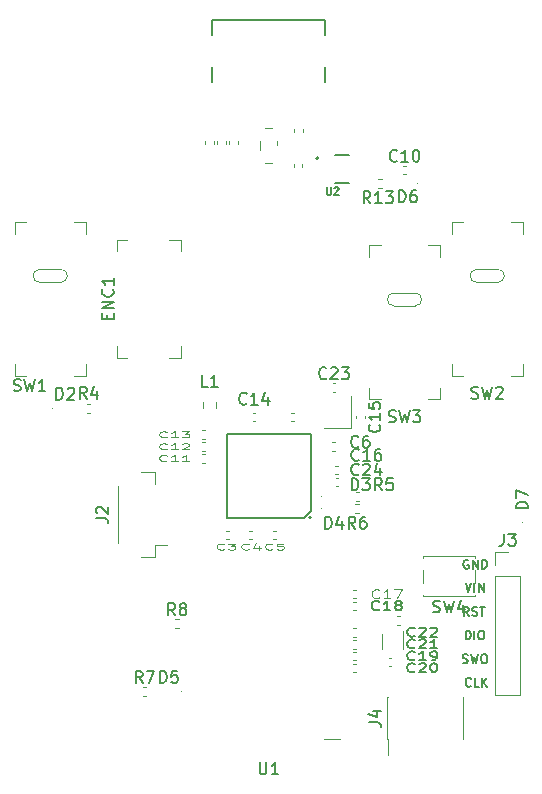
<source format=gto>
G04 #@! TF.GenerationSoftware,KiCad,Pcbnew,6.0.7+dfsg-1~bpo11+1*
G04 #@! TF.CreationDate,2022-10-07T12:23:40+00:00*
G04 #@! TF.ProjectId,redshift,72656473-6869-4667-942e-6b696361645f,0.2*
G04 #@! TF.SameCoordinates,Original*
G04 #@! TF.FileFunction,Legend,Top*
G04 #@! TF.FilePolarity,Positive*
%FSLAX46Y46*%
G04 Gerber Fmt 4.6, Leading zero omitted, Abs format (unit mm)*
G04 Created by KiCad (PCBNEW 6.0.7+dfsg-1~bpo11+1) date 2022-10-07 12:23:40*
%MOMM*%
%LPD*%
G01*
G04 APERTURE LIST*
%ADD10C,0.187500*%
%ADD11C,0.150000*%
%ADD12C,0.125000*%
%ADD13C,0.120000*%
%ADD14C,0.100000*%
%ADD15C,0.200000*%
%ADD16C,0.127000*%
G04 APERTURE END LIST*
D10*
X39628125Y8232143D02*
X39592410Y8196429D01*
X39485267Y8160715D01*
X39413839Y8160715D01*
X39306696Y8196429D01*
X39235267Y8267858D01*
X39199553Y8339286D01*
X39163839Y8482143D01*
X39163839Y8589286D01*
X39199553Y8732143D01*
X39235267Y8803572D01*
X39306696Y8875000D01*
X39413839Y8910715D01*
X39485267Y8910715D01*
X39592410Y8875000D01*
X39628125Y8839286D01*
X40306696Y8160715D02*
X39949553Y8160715D01*
X39949553Y8910715D01*
X40556696Y8160715D02*
X40556696Y8910715D01*
X40985267Y8160715D02*
X40663839Y8589286D01*
X40985267Y8910715D02*
X40556696Y8482143D01*
X39163839Y12160715D02*
X39163839Y12910715D01*
X39342410Y12910715D01*
X39449553Y12875000D01*
X39520982Y12803572D01*
X39556696Y12732143D01*
X39592410Y12589286D01*
X39592410Y12482143D01*
X39556696Y12339286D01*
X39520982Y12267858D01*
X39449553Y12196429D01*
X39342410Y12160715D01*
X39163839Y12160715D01*
X39913839Y12160715D02*
X39913839Y12910715D01*
X40413839Y12910715D02*
X40556696Y12910715D01*
X40628125Y12875000D01*
X40699553Y12803572D01*
X40735267Y12660715D01*
X40735267Y12410715D01*
X40699553Y12267858D01*
X40628125Y12196429D01*
X40556696Y12160715D01*
X40413839Y12160715D01*
X40342410Y12196429D01*
X40270982Y12267858D01*
X40235267Y12410715D01*
X40235267Y12660715D01*
X40270982Y12803572D01*
X40342410Y12875000D01*
X40413839Y12910715D01*
X39163839Y16910715D02*
X39413839Y16160715D01*
X39663839Y16910715D01*
X39913839Y16160715D02*
X39913839Y16910715D01*
X40270982Y16160715D02*
X40270982Y16910715D01*
X40699553Y16160715D01*
X40699553Y16910715D01*
X39413839Y18875000D02*
X39342410Y18910715D01*
X39235267Y18910715D01*
X39128125Y18875000D01*
X39056696Y18803572D01*
X39020982Y18732143D01*
X38985267Y18589286D01*
X38985267Y18482143D01*
X39020982Y18339286D01*
X39056696Y18267858D01*
X39128125Y18196429D01*
X39235267Y18160715D01*
X39306696Y18160715D01*
X39413839Y18196429D01*
X39449553Y18232143D01*
X39449553Y18482143D01*
X39306696Y18482143D01*
X39770982Y18160715D02*
X39770982Y18910715D01*
X40199553Y18160715D01*
X40199553Y18910715D01*
X40556696Y18160715D02*
X40556696Y18910715D01*
X40735267Y18910715D01*
X40842410Y18875000D01*
X40913839Y18803572D01*
X40949553Y18732143D01*
X40985267Y18589286D01*
X40985267Y18482143D01*
X40949553Y18339286D01*
X40913839Y18267858D01*
X40842410Y18196429D01*
X40735267Y18160715D01*
X40556696Y18160715D01*
X38913839Y10196429D02*
X39020982Y10160715D01*
X39199553Y10160715D01*
X39270982Y10196429D01*
X39306696Y10232143D01*
X39342410Y10303572D01*
X39342410Y10375000D01*
X39306696Y10446429D01*
X39270982Y10482143D01*
X39199553Y10517858D01*
X39056696Y10553572D01*
X38985267Y10589286D01*
X38949553Y10625000D01*
X38913839Y10696429D01*
X38913839Y10767858D01*
X38949553Y10839286D01*
X38985267Y10875000D01*
X39056696Y10910715D01*
X39235267Y10910715D01*
X39342410Y10875000D01*
X39592410Y10910715D02*
X39770982Y10160715D01*
X39913839Y10696429D01*
X40056696Y10160715D01*
X40235267Y10910715D01*
X40663839Y10910715D02*
X40806696Y10910715D01*
X40878125Y10875000D01*
X40949553Y10803572D01*
X40985267Y10660715D01*
X40985267Y10410715D01*
X40949553Y10267858D01*
X40878125Y10196429D01*
X40806696Y10160715D01*
X40663839Y10160715D01*
X40592410Y10196429D01*
X40520982Y10267858D01*
X40485267Y10410715D01*
X40485267Y10660715D01*
X40520982Y10803572D01*
X40592410Y10875000D01*
X40663839Y10910715D01*
X39449553Y14160715D02*
X39199553Y14517858D01*
X39020982Y14160715D02*
X39020982Y14910715D01*
X39306696Y14910715D01*
X39378125Y14875000D01*
X39413839Y14839286D01*
X39449553Y14767858D01*
X39449553Y14660715D01*
X39413839Y14589286D01*
X39378125Y14553572D01*
X39306696Y14517858D01*
X39020982Y14517858D01*
X39735267Y14196429D02*
X39842410Y14160715D01*
X40020982Y14160715D01*
X40092410Y14196429D01*
X40128125Y14232143D01*
X40163839Y14303572D01*
X40163839Y14375000D01*
X40128125Y14446429D01*
X40092410Y14482143D01*
X40020982Y14517858D01*
X39878125Y14553572D01*
X39806696Y14589286D01*
X39770982Y14625000D01*
X39735267Y14696429D01*
X39735267Y14767858D01*
X39770982Y14839286D01*
X39806696Y14875000D01*
X39878125Y14910715D01*
X40056696Y14910715D01*
X40163839Y14875000D01*
X40378125Y14910715D02*
X40806696Y14910715D01*
X40592410Y14160715D02*
X40592410Y14910715D01*
D11*
X29833333Y21547620D02*
X29500000Y22023810D01*
X29261904Y21547620D02*
X29261904Y22547620D01*
X29642857Y22547620D01*
X29738095Y22500000D01*
X29785714Y22452381D01*
X29833333Y22357143D01*
X29833333Y22214286D01*
X29785714Y22119048D01*
X29738095Y22071429D01*
X29642857Y22023810D01*
X29261904Y22023810D01*
X30690476Y22547620D02*
X30500000Y22547620D01*
X30404761Y22500000D01*
X30357142Y22452381D01*
X30261904Y22309524D01*
X30214285Y22119048D01*
X30214285Y21738096D01*
X30261904Y21642858D01*
X30309523Y21595239D01*
X30404761Y21547620D01*
X30595238Y21547620D01*
X30690476Y21595239D01*
X30738095Y21642858D01*
X30785714Y21738096D01*
X30785714Y21976191D01*
X30738095Y22071429D01*
X30690476Y22119048D01*
X30595238Y22166667D01*
X30404761Y22166667D01*
X30309523Y22119048D01*
X30261904Y22071429D01*
X30214285Y21976191D01*
X30127142Y26142858D02*
X30079523Y26095239D01*
X29936666Y26047620D01*
X29841428Y26047620D01*
X29698571Y26095239D01*
X29603333Y26190477D01*
X29555714Y26285715D01*
X29508095Y26476191D01*
X29508095Y26619048D01*
X29555714Y26809524D01*
X29603333Y26904762D01*
X29698571Y27000000D01*
X29841428Y27047620D01*
X29936666Y27047620D01*
X30079523Y27000000D01*
X30127142Y26952381D01*
X30508095Y26952381D02*
X30555714Y27000000D01*
X30650952Y27047620D01*
X30889047Y27047620D01*
X30984285Y27000000D01*
X31031904Y26952381D01*
X31079523Y26857143D01*
X31079523Y26761905D01*
X31031904Y26619048D01*
X30460476Y26047620D01*
X31079523Y26047620D01*
X31936666Y26714286D02*
X31936666Y26047620D01*
X31698571Y27095239D02*
X31460476Y26380953D01*
X32079523Y26380953D01*
D12*
X13857142Y27321429D02*
X13809523Y27297620D01*
X13666666Y27273810D01*
X13571428Y27273810D01*
X13428571Y27297620D01*
X13333333Y27345239D01*
X13285714Y27392858D01*
X13238095Y27488096D01*
X13238095Y27559524D01*
X13285714Y27654762D01*
X13333333Y27702381D01*
X13428571Y27750000D01*
X13571428Y27773810D01*
X13666666Y27773810D01*
X13809523Y27750000D01*
X13857142Y27726191D01*
X14809523Y27273810D02*
X14238095Y27273810D01*
X14523809Y27273810D02*
X14523809Y27773810D01*
X14428571Y27702381D01*
X14333333Y27654762D01*
X14238095Y27630953D01*
X15761904Y27273810D02*
X15190476Y27273810D01*
X15476190Y27273810D02*
X15476190Y27773810D01*
X15380952Y27702381D01*
X15285714Y27654762D01*
X15190476Y27630953D01*
X13857142Y29321429D02*
X13809523Y29297620D01*
X13666666Y29273810D01*
X13571428Y29273810D01*
X13428571Y29297620D01*
X13333333Y29345239D01*
X13285714Y29392858D01*
X13238095Y29488096D01*
X13238095Y29559524D01*
X13285714Y29654762D01*
X13333333Y29702381D01*
X13428571Y29750000D01*
X13571428Y29773810D01*
X13666666Y29773810D01*
X13809523Y29750000D01*
X13857142Y29726191D01*
X14809523Y29273810D02*
X14238095Y29273810D01*
X14523809Y29273810D02*
X14523809Y29773810D01*
X14428571Y29702381D01*
X14333333Y29654762D01*
X14238095Y29630953D01*
X15142857Y29773810D02*
X15761904Y29773810D01*
X15428571Y29583334D01*
X15571428Y29583334D01*
X15666666Y29559524D01*
X15714285Y29535715D01*
X15761904Y29488096D01*
X15761904Y29369048D01*
X15714285Y29321429D01*
X15666666Y29297620D01*
X15571428Y29273810D01*
X15285714Y29273810D01*
X15190476Y29297620D01*
X15142857Y29321429D01*
D11*
X33357142Y52702858D02*
X33309523Y52655239D01*
X33166666Y52607620D01*
X33071428Y52607620D01*
X32928571Y52655239D01*
X32833333Y52750477D01*
X32785714Y52845715D01*
X32738095Y53036191D01*
X32738095Y53179048D01*
X32785714Y53369524D01*
X32833333Y53464762D01*
X32928571Y53560000D01*
X33071428Y53607620D01*
X33166666Y53607620D01*
X33309523Y53560000D01*
X33357142Y53512381D01*
X34309523Y52607620D02*
X33738095Y52607620D01*
X34023809Y52607620D02*
X34023809Y53607620D01*
X33928571Y53464762D01*
X33833333Y53369524D01*
X33738095Y53321905D01*
X34928571Y53607620D02*
X35023809Y53607620D01*
X35119047Y53560000D01*
X35166666Y53512381D01*
X35214285Y53417143D01*
X35261904Y53226667D01*
X35261904Y52988572D01*
X35214285Y52798096D01*
X35166666Y52702858D01*
X35119047Y52655239D01*
X35023809Y52607620D01*
X34928571Y52607620D01*
X34833333Y52655239D01*
X34785714Y52702858D01*
X34738095Y52798096D01*
X34690476Y52988572D01*
X34690476Y53226667D01*
X34738095Y53417143D01*
X34785714Y53512381D01*
X34833333Y53560000D01*
X34928571Y53607620D01*
X8848571Y39285715D02*
X8848571Y39619048D01*
X9372380Y39761905D02*
X9372380Y39285715D01*
X8372380Y39285715D01*
X8372380Y39761905D01*
X9372380Y40190477D02*
X8372380Y40190477D01*
X9372380Y40761905D01*
X8372380Y40761905D01*
X9277142Y41809524D02*
X9324761Y41761905D01*
X9372380Y41619048D01*
X9372380Y41523810D01*
X9324761Y41380953D01*
X9229523Y41285715D01*
X9134285Y41238096D01*
X8943809Y41190477D01*
X8800952Y41190477D01*
X8610476Y41238096D01*
X8515238Y41285715D01*
X8420000Y41380953D01*
X8372380Y41523810D01*
X8372380Y41619048D01*
X8420000Y41761905D01*
X8467619Y41809524D01*
X9372380Y42761905D02*
X9372380Y42190477D01*
X9372380Y42476191D02*
X8372380Y42476191D01*
X8515238Y42380953D01*
X8610476Y42285715D01*
X8658095Y42190477D01*
X20627142Y32142858D02*
X20579523Y32095239D01*
X20436666Y32047620D01*
X20341428Y32047620D01*
X20198571Y32095239D01*
X20103333Y32190477D01*
X20055714Y32285715D01*
X20008095Y32476191D01*
X20008095Y32619048D01*
X20055714Y32809524D01*
X20103333Y32904762D01*
X20198571Y33000000D01*
X20341428Y33047620D01*
X20436666Y33047620D01*
X20579523Y33000000D01*
X20627142Y32952381D01*
X21579523Y32047620D02*
X21008095Y32047620D01*
X21293809Y32047620D02*
X21293809Y33047620D01*
X21198571Y32904762D01*
X21103333Y32809524D01*
X21008095Y32761905D01*
X22436666Y32714286D02*
X22436666Y32047620D01*
X22198571Y33095239D02*
X21960476Y32380953D01*
X22579523Y32380953D01*
X34857142Y9482143D02*
X34809523Y9446429D01*
X34666666Y9410715D01*
X34571428Y9410715D01*
X34428571Y9446429D01*
X34333333Y9517858D01*
X34285714Y9589286D01*
X34238095Y9732143D01*
X34238095Y9839286D01*
X34285714Y9982143D01*
X34333333Y10053572D01*
X34428571Y10125000D01*
X34571428Y10160715D01*
X34666666Y10160715D01*
X34809523Y10125000D01*
X34857142Y10089286D01*
X35238095Y10089286D02*
X35285714Y10125000D01*
X35380952Y10160715D01*
X35619047Y10160715D01*
X35714285Y10125000D01*
X35761904Y10089286D01*
X35809523Y10017858D01*
X35809523Y9946429D01*
X35761904Y9839286D01*
X35190476Y9410715D01*
X35809523Y9410715D01*
X36428571Y10160715D02*
X36523809Y10160715D01*
X36619047Y10125000D01*
X36666666Y10089286D01*
X36714285Y10017858D01*
X36761904Y9875000D01*
X36761904Y9696429D01*
X36714285Y9553572D01*
X36666666Y9482143D01*
X36619047Y9446429D01*
X36523809Y9410715D01*
X36428571Y9410715D01*
X36333333Y9446429D01*
X36285714Y9482143D01*
X36238095Y9553572D01*
X36190476Y9696429D01*
X36190476Y9875000D01*
X36238095Y10017858D01*
X36285714Y10089286D01*
X36333333Y10125000D01*
X36428571Y10160715D01*
X29511904Y24797620D02*
X29511904Y25797620D01*
X29750000Y25797620D01*
X29892857Y25750000D01*
X29988095Y25654762D01*
X30035714Y25559524D01*
X30083333Y25369048D01*
X30083333Y25226191D01*
X30035714Y25035715D01*
X29988095Y24940477D01*
X29892857Y24845239D01*
X29750000Y24797620D01*
X29511904Y24797620D01*
X30416666Y25797620D02*
X31035714Y25797620D01*
X30702380Y25416667D01*
X30845238Y25416667D01*
X30940476Y25369048D01*
X30988095Y25321429D01*
X31035714Y25226191D01*
X31035714Y24988096D01*
X30988095Y24892858D01*
X30940476Y24845239D01*
X30845238Y24797620D01*
X30559523Y24797620D01*
X30464285Y24845239D01*
X30416666Y24892858D01*
X17333333Y33547620D02*
X16857142Y33547620D01*
X16857142Y34547620D01*
X18190476Y33547620D02*
X17619047Y33547620D01*
X17904761Y33547620D02*
X17904761Y34547620D01*
X17809523Y34404762D01*
X17714285Y34309524D01*
X17619047Y34261905D01*
X27261904Y21547620D02*
X27261904Y22547620D01*
X27500000Y22547620D01*
X27642857Y22500000D01*
X27738095Y22404762D01*
X27785714Y22309524D01*
X27833333Y22119048D01*
X27833333Y21976191D01*
X27785714Y21785715D01*
X27738095Y21690477D01*
X27642857Y21595239D01*
X27500000Y21547620D01*
X27261904Y21547620D01*
X28690476Y22214286D02*
X28690476Y21547620D01*
X28452380Y22595239D02*
X28214285Y21880953D01*
X28833333Y21880953D01*
D12*
X20813333Y19821429D02*
X20765714Y19797620D01*
X20622857Y19773810D01*
X20527619Y19773810D01*
X20384761Y19797620D01*
X20289523Y19845239D01*
X20241904Y19892858D01*
X20194285Y19988096D01*
X20194285Y20059524D01*
X20241904Y20154762D01*
X20289523Y20202381D01*
X20384761Y20250000D01*
X20527619Y20273810D01*
X20622857Y20273810D01*
X20765714Y20250000D01*
X20813333Y20226191D01*
X21670476Y20107143D02*
X21670476Y19773810D01*
X21432380Y20297620D02*
X21194285Y19940477D01*
X21813333Y19940477D01*
D11*
X31857142Y30357143D02*
X31904761Y30309524D01*
X31952380Y30166667D01*
X31952380Y30071429D01*
X31904761Y29928572D01*
X31809523Y29833334D01*
X31714285Y29785715D01*
X31523809Y29738096D01*
X31380952Y29738096D01*
X31190476Y29785715D01*
X31095238Y29833334D01*
X31000000Y29928572D01*
X30952380Y30071429D01*
X30952380Y30166667D01*
X31000000Y30309524D01*
X31047619Y30357143D01*
X31952380Y31309524D02*
X31952380Y30738096D01*
X31952380Y31023810D02*
X30952380Y31023810D01*
X31095238Y30928572D01*
X31190476Y30833334D01*
X31238095Y30738096D01*
X30952380Y32214286D02*
X30952380Y31738096D01*
X31428571Y31690477D01*
X31380952Y31738096D01*
X31333333Y31833334D01*
X31333333Y32071429D01*
X31380952Y32166667D01*
X31428571Y32214286D01*
X31523809Y32261905D01*
X31761904Y32261905D01*
X31857142Y32214286D01*
X31904761Y32166667D01*
X31952380Y32071429D01*
X31952380Y31833334D01*
X31904761Y31738096D01*
X31857142Y31690477D01*
X7083333Y32547620D02*
X6750000Y33023810D01*
X6511904Y32547620D02*
X6511904Y33547620D01*
X6892857Y33547620D01*
X6988095Y33500000D01*
X7035714Y33452381D01*
X7083333Y33357143D01*
X7083333Y33214286D01*
X7035714Y33119048D01*
X6988095Y33071429D01*
X6892857Y33023810D01*
X6511904Y33023810D01*
X7940476Y33214286D02*
X7940476Y32547620D01*
X7702380Y33595239D02*
X7464285Y32880953D01*
X8083333Y32880953D01*
X27412380Y50450477D02*
X27412380Y49932381D01*
X27442857Y49871429D01*
X27473333Y49840953D01*
X27534285Y49810477D01*
X27656190Y49810477D01*
X27717142Y49840953D01*
X27747619Y49871429D01*
X27778095Y49932381D01*
X27778095Y50450477D01*
X28052380Y50389524D02*
X28082857Y50420000D01*
X28143809Y50450477D01*
X28296190Y50450477D01*
X28357142Y50420000D01*
X28387619Y50389524D01*
X28418095Y50328572D01*
X28418095Y50267620D01*
X28387619Y50176191D01*
X28021904Y49810477D01*
X28418095Y49810477D01*
X27377142Y34302858D02*
X27329523Y34255239D01*
X27186666Y34207620D01*
X27091428Y34207620D01*
X26948571Y34255239D01*
X26853333Y34350477D01*
X26805714Y34445715D01*
X26758095Y34636191D01*
X26758095Y34779048D01*
X26805714Y34969524D01*
X26853333Y35064762D01*
X26948571Y35160000D01*
X27091428Y35207620D01*
X27186666Y35207620D01*
X27329523Y35160000D01*
X27377142Y35112381D01*
X27758095Y35112381D02*
X27805714Y35160000D01*
X27900952Y35207620D01*
X28139047Y35207620D01*
X28234285Y35160000D01*
X28281904Y35112381D01*
X28329523Y35017143D01*
X28329523Y34921905D01*
X28281904Y34779048D01*
X27710476Y34207620D01*
X28329523Y34207620D01*
X28662857Y35207620D02*
X29281904Y35207620D01*
X28948571Y34826667D01*
X29091428Y34826667D01*
X29186666Y34779048D01*
X29234285Y34731429D01*
X29281904Y34636191D01*
X29281904Y34398096D01*
X29234285Y34302858D01*
X29186666Y34255239D01*
X29091428Y34207620D01*
X28805714Y34207620D01*
X28710476Y34255239D01*
X28662857Y34302858D01*
X30083333Y28502858D02*
X30035714Y28455239D01*
X29892857Y28407620D01*
X29797619Y28407620D01*
X29654761Y28455239D01*
X29559523Y28550477D01*
X29511904Y28645715D01*
X29464285Y28836191D01*
X29464285Y28979048D01*
X29511904Y29169524D01*
X29559523Y29264762D01*
X29654761Y29360000D01*
X29797619Y29407620D01*
X29892857Y29407620D01*
X30035714Y29360000D01*
X30083333Y29312381D01*
X30940476Y29407620D02*
X30750000Y29407620D01*
X30654761Y29360000D01*
X30607142Y29312381D01*
X30511904Y29169524D01*
X30464285Y28979048D01*
X30464285Y28598096D01*
X30511904Y28502858D01*
X30559523Y28455239D01*
X30654761Y28407620D01*
X30845238Y28407620D01*
X30940476Y28455239D01*
X30988095Y28502858D01*
X31035714Y28598096D01*
X31035714Y28836191D01*
X30988095Y28931429D01*
X30940476Y28979048D01*
X30845238Y29026667D01*
X30654761Y29026667D01*
X30559523Y28979048D01*
X30511904Y28931429D01*
X30464285Y28836191D01*
X13290401Y8499329D02*
X13290401Y9499329D01*
X13528497Y9499329D01*
X13671354Y9451709D01*
X13766592Y9356471D01*
X13814211Y9261233D01*
X13861830Y9070757D01*
X13861830Y8927900D01*
X13814211Y8737424D01*
X13766592Y8642186D01*
X13671354Y8546948D01*
X13528497Y8499329D01*
X13290401Y8499329D01*
X14766592Y9499329D02*
X14290401Y9499329D01*
X14242782Y9023138D01*
X14290401Y9070757D01*
X14385639Y9118376D01*
X14623735Y9118376D01*
X14718973Y9070757D01*
X14766592Y9023138D01*
X14814211Y8927900D01*
X14814211Y8689805D01*
X14766592Y8594567D01*
X14718973Y8546948D01*
X14623735Y8499329D01*
X14385639Y8499329D01*
X14290401Y8546948D01*
X14242782Y8594567D01*
D12*
X13857142Y28321429D02*
X13809523Y28297620D01*
X13666666Y28273810D01*
X13571428Y28273810D01*
X13428571Y28297620D01*
X13333333Y28345239D01*
X13285714Y28392858D01*
X13238095Y28488096D01*
X13238095Y28559524D01*
X13285714Y28654762D01*
X13333333Y28702381D01*
X13428571Y28750000D01*
X13571428Y28773810D01*
X13666666Y28773810D01*
X13809523Y28750000D01*
X13857142Y28726191D01*
X14809523Y28273810D02*
X14238095Y28273810D01*
X14523809Y28273810D02*
X14523809Y28773810D01*
X14428571Y28702381D01*
X14333333Y28654762D01*
X14238095Y28630953D01*
X15190476Y28726191D02*
X15238095Y28750000D01*
X15333333Y28773810D01*
X15571428Y28773810D01*
X15666666Y28750000D01*
X15714285Y28726191D01*
X15761904Y28678572D01*
X15761904Y28630953D01*
X15714285Y28559524D01*
X15142857Y28273810D01*
X15761904Y28273810D01*
D11*
X36416666Y14495239D02*
X36559523Y14447620D01*
X36797619Y14447620D01*
X36892857Y14495239D01*
X36940476Y14542858D01*
X36988095Y14638096D01*
X36988095Y14733334D01*
X36940476Y14828572D01*
X36892857Y14876191D01*
X36797619Y14923810D01*
X36607142Y14971429D01*
X36511904Y15019048D01*
X36464285Y15066667D01*
X36416666Y15161905D01*
X36416666Y15257143D01*
X36464285Y15352381D01*
X36511904Y15400000D01*
X36607142Y15447620D01*
X36845238Y15447620D01*
X36988095Y15400000D01*
X37321428Y15447620D02*
X37559523Y14447620D01*
X37750000Y15161905D01*
X37940476Y14447620D01*
X38178571Y15447620D01*
X38988095Y15114286D02*
X38988095Y14447620D01*
X38750000Y15495239D02*
X38511904Y14780953D01*
X39130952Y14780953D01*
X34857142Y12482143D02*
X34809523Y12446429D01*
X34666666Y12410715D01*
X34571428Y12410715D01*
X34428571Y12446429D01*
X34333333Y12517858D01*
X34285714Y12589286D01*
X34238095Y12732143D01*
X34238095Y12839286D01*
X34285714Y12982143D01*
X34333333Y13053572D01*
X34428571Y13125000D01*
X34571428Y13160715D01*
X34666666Y13160715D01*
X34809523Y13125000D01*
X34857142Y13089286D01*
X35238095Y13089286D02*
X35285714Y13125000D01*
X35380952Y13160715D01*
X35619047Y13160715D01*
X35714285Y13125000D01*
X35761904Y13089286D01*
X35809523Y13017858D01*
X35809523Y12946429D01*
X35761904Y12839286D01*
X35190476Y12410715D01*
X35809523Y12410715D01*
X36190476Y13089286D02*
X36238095Y13125000D01*
X36333333Y13160715D01*
X36571428Y13160715D01*
X36666666Y13125000D01*
X36714285Y13089286D01*
X36761904Y13017858D01*
X36761904Y12946429D01*
X36714285Y12839286D01*
X36142857Y12410715D01*
X36761904Y12410715D01*
X4511904Y32467620D02*
X4511904Y33467620D01*
X4750000Y33467620D01*
X4892857Y33420000D01*
X4988095Y33324762D01*
X5035714Y33229524D01*
X5083333Y33039048D01*
X5083333Y32896191D01*
X5035714Y32705715D01*
X4988095Y32610477D01*
X4892857Y32515239D01*
X4750000Y32467620D01*
X4511904Y32467620D01*
X5464285Y33372381D02*
X5511904Y33420000D01*
X5607142Y33467620D01*
X5845238Y33467620D01*
X5940476Y33420000D01*
X5988095Y33372381D01*
X6035714Y33277143D01*
X6035714Y33181905D01*
X5988095Y33039048D01*
X5416666Y32467620D01*
X6035714Y32467620D01*
X44452380Y23261905D02*
X43452380Y23261905D01*
X43452380Y23500000D01*
X43500000Y23642858D01*
X43595238Y23738096D01*
X43690476Y23785715D01*
X43880952Y23833334D01*
X44023809Y23833334D01*
X44214285Y23785715D01*
X44309523Y23738096D01*
X44404761Y23642858D01*
X44452380Y23500000D01*
X44452380Y23261905D01*
X43452380Y24166667D02*
X43452380Y24833334D01*
X44452380Y24404762D01*
X32666666Y30595239D02*
X32809523Y30547620D01*
X33047619Y30547620D01*
X33142857Y30595239D01*
X33190476Y30642858D01*
X33238095Y30738096D01*
X33238095Y30833334D01*
X33190476Y30928572D01*
X33142857Y30976191D01*
X33047619Y31023810D01*
X32857142Y31071429D01*
X32761904Y31119048D01*
X32714285Y31166667D01*
X32666666Y31261905D01*
X32666666Y31357143D01*
X32714285Y31452381D01*
X32761904Y31500000D01*
X32857142Y31547620D01*
X33095238Y31547620D01*
X33238095Y31500000D01*
X33571428Y31547620D02*
X33809523Y30547620D01*
X34000000Y31261905D01*
X34190476Y30547620D01*
X34428571Y31547620D01*
X34714285Y31547620D02*
X35333333Y31547620D01*
X35000000Y31166667D01*
X35142857Y31166667D01*
X35238095Y31119048D01*
X35285714Y31071429D01*
X35333333Y30976191D01*
X35333333Y30738096D01*
X35285714Y30642858D01*
X35238095Y30595239D01*
X35142857Y30547620D01*
X34857142Y30547620D01*
X34761904Y30595239D01*
X34714285Y30642858D01*
D12*
X18725497Y19821429D02*
X18677878Y19797620D01*
X18535021Y19773810D01*
X18439783Y19773810D01*
X18296925Y19797620D01*
X18201687Y19845239D01*
X18154068Y19892858D01*
X18106449Y19988096D01*
X18106449Y20059524D01*
X18154068Y20154762D01*
X18201687Y20202381D01*
X18296925Y20250000D01*
X18439783Y20273810D01*
X18535021Y20273810D01*
X18677878Y20250000D01*
X18725497Y20226191D01*
X19058830Y20273810D02*
X19677878Y20273810D01*
X19344544Y20083334D01*
X19487402Y20083334D01*
X19582640Y20059524D01*
X19630259Y20035715D01*
X19677878Y19988096D01*
X19677878Y19869048D01*
X19630259Y19821429D01*
X19582640Y19797620D01*
X19487402Y19773810D01*
X19201687Y19773810D01*
X19106449Y19797620D01*
X19058830Y19821429D01*
D11*
X11823333Y8467620D02*
X11490000Y8943810D01*
X11251904Y8467620D02*
X11251904Y9467620D01*
X11632857Y9467620D01*
X11728095Y9420000D01*
X11775714Y9372381D01*
X11823333Y9277143D01*
X11823333Y9134286D01*
X11775714Y9039048D01*
X11728095Y8991429D01*
X11632857Y8943810D01*
X11251904Y8943810D01*
X12156666Y9467620D02*
X12823333Y9467620D01*
X12394761Y8467620D01*
X33511904Y49177620D02*
X33511904Y50177620D01*
X33750000Y50177620D01*
X33892857Y50130000D01*
X33988095Y50034762D01*
X34035714Y49939524D01*
X34083333Y49749048D01*
X34083333Y49606191D01*
X34035714Y49415715D01*
X33988095Y49320477D01*
X33892857Y49225239D01*
X33750000Y49177620D01*
X33511904Y49177620D01*
X34940476Y50177620D02*
X34750000Y50177620D01*
X34654761Y50130000D01*
X34607142Y50082381D01*
X34511904Y49939524D01*
X34464285Y49749048D01*
X34464285Y49368096D01*
X34511904Y49272858D01*
X34559523Y49225239D01*
X34654761Y49177620D01*
X34845238Y49177620D01*
X34940476Y49225239D01*
X34988095Y49272858D01*
X35035714Y49368096D01*
X35035714Y49606191D01*
X34988095Y49701429D01*
X34940476Y49749048D01*
X34845238Y49796667D01*
X34654761Y49796667D01*
X34559523Y49749048D01*
X34511904Y49701429D01*
X34464285Y49606191D01*
D12*
X31857142Y15732143D02*
X31809523Y15696429D01*
X31666666Y15660715D01*
X31571428Y15660715D01*
X31428571Y15696429D01*
X31333333Y15767858D01*
X31285714Y15839286D01*
X31238095Y15982143D01*
X31238095Y16089286D01*
X31285714Y16232143D01*
X31333333Y16303572D01*
X31428571Y16375000D01*
X31571428Y16410715D01*
X31666666Y16410715D01*
X31809523Y16375000D01*
X31857142Y16339286D01*
X32809523Y15660715D02*
X32238095Y15660715D01*
X32523809Y15660715D02*
X32523809Y16410715D01*
X32428571Y16303572D01*
X32333333Y16232143D01*
X32238095Y16196429D01*
X33142857Y16410715D02*
X33809523Y16410715D01*
X33380952Y15660715D01*
X22813333Y19821429D02*
X22765714Y19797620D01*
X22622857Y19773810D01*
X22527619Y19773810D01*
X22384761Y19797620D01*
X22289523Y19845239D01*
X22241904Y19892858D01*
X22194285Y19988096D01*
X22194285Y20059524D01*
X22241904Y20154762D01*
X22289523Y20202381D01*
X22384761Y20250000D01*
X22527619Y20273810D01*
X22622857Y20273810D01*
X22765714Y20250000D01*
X22813333Y20226191D01*
X23718095Y20273810D02*
X23241904Y20273810D01*
X23194285Y20035715D01*
X23241904Y20059524D01*
X23337142Y20083334D01*
X23575238Y20083334D01*
X23670476Y20059524D01*
X23718095Y20035715D01*
X23765714Y19988096D01*
X23765714Y19869048D01*
X23718095Y19821429D01*
X23670476Y19797620D01*
X23575238Y19773810D01*
X23337142Y19773810D01*
X23241904Y19797620D01*
X23194285Y19821429D01*
D11*
X30127142Y27392858D02*
X30079523Y27345239D01*
X29936666Y27297620D01*
X29841428Y27297620D01*
X29698571Y27345239D01*
X29603333Y27440477D01*
X29555714Y27535715D01*
X29508095Y27726191D01*
X29508095Y27869048D01*
X29555714Y28059524D01*
X29603333Y28154762D01*
X29698571Y28250000D01*
X29841428Y28297620D01*
X29936666Y28297620D01*
X30079523Y28250000D01*
X30127142Y28202381D01*
X31079523Y27297620D02*
X30508095Y27297620D01*
X30793809Y27297620D02*
X30793809Y28297620D01*
X30698571Y28154762D01*
X30603333Y28059524D01*
X30508095Y28011905D01*
X31936666Y28297620D02*
X31746190Y28297620D01*
X31650952Y28250000D01*
X31603333Y28202381D01*
X31508095Y28059524D01*
X31460476Y27869048D01*
X31460476Y27488096D01*
X31508095Y27392858D01*
X31555714Y27345239D01*
X31650952Y27297620D01*
X31841428Y27297620D01*
X31936666Y27345239D01*
X31984285Y27392858D01*
X32031904Y27488096D01*
X32031904Y27726191D01*
X31984285Y27821429D01*
X31936666Y27869048D01*
X31841428Y27916667D01*
X31650952Y27916667D01*
X31555714Y27869048D01*
X31508095Y27821429D01*
X31460476Y27726191D01*
X14583333Y14217620D02*
X14250000Y14693810D01*
X14011904Y14217620D02*
X14011904Y15217620D01*
X14392857Y15217620D01*
X14488095Y15170000D01*
X14535714Y15122381D01*
X14583333Y15027143D01*
X14583333Y14884286D01*
X14535714Y14789048D01*
X14488095Y14741429D01*
X14392857Y14693810D01*
X14011904Y14693810D01*
X15154761Y14789048D02*
X15059523Y14836667D01*
X15011904Y14884286D01*
X14964285Y14979524D01*
X14964285Y15027143D01*
X15011904Y15122381D01*
X15059523Y15170000D01*
X15154761Y15217620D01*
X15345238Y15217620D01*
X15440476Y15170000D01*
X15488095Y15122381D01*
X15535714Y15027143D01*
X15535714Y14979524D01*
X15488095Y14884286D01*
X15440476Y14836667D01*
X15345238Y14789048D01*
X15154761Y14789048D01*
X15059523Y14741429D01*
X15011904Y14693810D01*
X14964285Y14598572D01*
X14964285Y14408096D01*
X15011904Y14312858D01*
X15059523Y14265239D01*
X15154761Y14217620D01*
X15345238Y14217620D01*
X15440476Y14265239D01*
X15488095Y14312858D01*
X15535714Y14408096D01*
X15535714Y14598572D01*
X15488095Y14693810D01*
X15440476Y14741429D01*
X15345238Y14789048D01*
X7902380Y22416667D02*
X8616666Y22416667D01*
X8759523Y22369048D01*
X8854761Y22273810D01*
X8902380Y22130953D01*
X8902380Y22035715D01*
X7997619Y22845239D02*
X7950000Y22892858D01*
X7902380Y22988096D01*
X7902380Y23226191D01*
X7950000Y23321429D01*
X7997619Y23369048D01*
X8092857Y23416667D01*
X8188095Y23416667D01*
X8330952Y23369048D01*
X8902380Y22797620D01*
X8902380Y23416667D01*
X30967380Y5166667D02*
X31681666Y5166667D01*
X31824523Y5119048D01*
X31919761Y5023810D01*
X31967380Y4880953D01*
X31967380Y4785715D01*
X31300714Y6071429D02*
X31967380Y6071429D01*
X30919761Y5833334D02*
X31634047Y5595239D01*
X31634047Y6214286D01*
X42416666Y21107620D02*
X42416666Y20393334D01*
X42369047Y20250477D01*
X42273809Y20155239D01*
X42130952Y20107620D01*
X42035714Y20107620D01*
X42797619Y21107620D02*
X43416666Y21107620D01*
X43083333Y20726667D01*
X43226190Y20726667D01*
X43321428Y20679048D01*
X43369047Y20631429D01*
X43416666Y20536191D01*
X43416666Y20298096D01*
X43369047Y20202858D01*
X43321428Y20155239D01*
X43226190Y20107620D01*
X42940476Y20107620D01*
X42845238Y20155239D01*
X42797619Y20202858D01*
X31857142Y14732143D02*
X31809523Y14696429D01*
X31666666Y14660715D01*
X31571428Y14660715D01*
X31428571Y14696429D01*
X31333333Y14767858D01*
X31285714Y14839286D01*
X31238095Y14982143D01*
X31238095Y15089286D01*
X31285714Y15232143D01*
X31333333Y15303572D01*
X31428571Y15375000D01*
X31571428Y15410715D01*
X31666666Y15410715D01*
X31809523Y15375000D01*
X31857142Y15339286D01*
X32809523Y14660715D02*
X32238095Y14660715D01*
X32523809Y14660715D02*
X32523809Y15410715D01*
X32428571Y15303572D01*
X32333333Y15232143D01*
X32238095Y15196429D01*
X33380952Y15089286D02*
X33285714Y15125000D01*
X33238095Y15160715D01*
X33190476Y15232143D01*
X33190476Y15267858D01*
X33238095Y15339286D01*
X33285714Y15375000D01*
X33380952Y15410715D01*
X33571428Y15410715D01*
X33666666Y15375000D01*
X33714285Y15339286D01*
X33761904Y15267858D01*
X33761904Y15232143D01*
X33714285Y15160715D01*
X33666666Y15125000D01*
X33571428Y15089286D01*
X33380952Y15089286D01*
X33285714Y15053572D01*
X33238095Y15017858D01*
X33190476Y14946429D01*
X33190476Y14803572D01*
X33238095Y14732143D01*
X33285714Y14696429D01*
X33380952Y14660715D01*
X33571428Y14660715D01*
X33666666Y14696429D01*
X33714285Y14732143D01*
X33761904Y14803572D01*
X33761904Y14946429D01*
X33714285Y15017858D01*
X33666666Y15053572D01*
X33571428Y15089286D01*
X32083333Y24797620D02*
X31750000Y25273810D01*
X31511904Y24797620D02*
X31511904Y25797620D01*
X31892857Y25797620D01*
X31988095Y25750000D01*
X32035714Y25702381D01*
X32083333Y25607143D01*
X32083333Y25464286D01*
X32035714Y25369048D01*
X31988095Y25321429D01*
X31892857Y25273810D01*
X31511904Y25273810D01*
X32988095Y25797620D02*
X32511904Y25797620D01*
X32464285Y25321429D01*
X32511904Y25369048D01*
X32607142Y25416667D01*
X32845238Y25416667D01*
X32940476Y25369048D01*
X32988095Y25321429D01*
X33035714Y25226191D01*
X33035714Y24988096D01*
X32988095Y24892858D01*
X32940476Y24845239D01*
X32845238Y24797620D01*
X32607142Y24797620D01*
X32511904Y24845239D01*
X32464285Y24892858D01*
X21738095Y1752620D02*
X21738095Y943096D01*
X21785714Y847858D01*
X21833333Y800239D01*
X21928571Y752620D01*
X22119047Y752620D01*
X22214285Y800239D01*
X22261904Y847858D01*
X22309523Y943096D01*
X22309523Y1752620D01*
X23309523Y752620D02*
X22738095Y752620D01*
X23023809Y752620D02*
X23023809Y1752620D01*
X22928571Y1609762D01*
X22833333Y1514524D01*
X22738095Y1466905D01*
X34857142Y10482143D02*
X34809523Y10446429D01*
X34666666Y10410715D01*
X34571428Y10410715D01*
X34428571Y10446429D01*
X34333333Y10517858D01*
X34285714Y10589286D01*
X34238095Y10732143D01*
X34238095Y10839286D01*
X34285714Y10982143D01*
X34333333Y11053572D01*
X34428571Y11125000D01*
X34571428Y11160715D01*
X34666666Y11160715D01*
X34809523Y11125000D01*
X34857142Y11089286D01*
X35809523Y10410715D02*
X35238095Y10410715D01*
X35523809Y10410715D02*
X35523809Y11160715D01*
X35428571Y11053572D01*
X35333333Y10982143D01*
X35238095Y10946429D01*
X36285714Y10410715D02*
X36476190Y10410715D01*
X36571428Y10446429D01*
X36619047Y10482143D01*
X36714285Y10589286D01*
X36761904Y10732143D01*
X36761904Y11017858D01*
X36714285Y11089286D01*
X36666666Y11125000D01*
X36571428Y11160715D01*
X36380952Y11160715D01*
X36285714Y11125000D01*
X36238095Y11089286D01*
X36190476Y11017858D01*
X36190476Y10839286D01*
X36238095Y10767858D01*
X36285714Y10732143D01*
X36380952Y10696429D01*
X36571428Y10696429D01*
X36666666Y10732143D01*
X36714285Y10767858D01*
X36761904Y10839286D01*
X39666666Y32595239D02*
X39809523Y32547620D01*
X40047619Y32547620D01*
X40142857Y32595239D01*
X40190476Y32642858D01*
X40238095Y32738096D01*
X40238095Y32833334D01*
X40190476Y32928572D01*
X40142857Y32976191D01*
X40047619Y33023810D01*
X39857142Y33071429D01*
X39761904Y33119048D01*
X39714285Y33166667D01*
X39666666Y33261905D01*
X39666666Y33357143D01*
X39714285Y33452381D01*
X39761904Y33500000D01*
X39857142Y33547620D01*
X40095238Y33547620D01*
X40238095Y33500000D01*
X40571428Y33547620D02*
X40809523Y32547620D01*
X41000000Y33261905D01*
X41190476Y32547620D01*
X41428571Y33547620D01*
X41761904Y33452381D02*
X41809523Y33500000D01*
X41904761Y33547620D01*
X42142857Y33547620D01*
X42238095Y33500000D01*
X42285714Y33452381D01*
X42333333Y33357143D01*
X42333333Y33261905D01*
X42285714Y33119048D01*
X41714285Y32547620D01*
X42333333Y32547620D01*
X31103501Y49097620D02*
X30770168Y49573810D01*
X30532073Y49097620D02*
X30532073Y50097620D01*
X30913025Y50097620D01*
X31008263Y50050000D01*
X31055882Y50002381D01*
X31103501Y49907143D01*
X31103501Y49764286D01*
X31055882Y49669048D01*
X31008263Y49621429D01*
X30913025Y49573810D01*
X30532073Y49573810D01*
X32055882Y49097620D02*
X31484454Y49097620D01*
X31770168Y49097620D02*
X31770168Y50097620D01*
X31674930Y49954762D01*
X31579692Y49859524D01*
X31484454Y49811905D01*
X32389216Y50097620D02*
X33008263Y50097620D01*
X32674930Y49716667D01*
X32817787Y49716667D01*
X32913025Y49669048D01*
X32960644Y49621429D01*
X33008263Y49526191D01*
X33008263Y49288096D01*
X32960644Y49192858D01*
X32913025Y49145239D01*
X32817787Y49097620D01*
X32532073Y49097620D01*
X32436835Y49145239D01*
X32389216Y49192858D01*
X34857142Y11482143D02*
X34809523Y11446429D01*
X34666666Y11410715D01*
X34571428Y11410715D01*
X34428571Y11446429D01*
X34333333Y11517858D01*
X34285714Y11589286D01*
X34238095Y11732143D01*
X34238095Y11839286D01*
X34285714Y11982143D01*
X34333333Y12053572D01*
X34428571Y12125000D01*
X34571428Y12160715D01*
X34666666Y12160715D01*
X34809523Y12125000D01*
X34857142Y12089286D01*
X35238095Y12089286D02*
X35285714Y12125000D01*
X35380952Y12160715D01*
X35619047Y12160715D01*
X35714285Y12125000D01*
X35761904Y12089286D01*
X35809523Y12017858D01*
X35809523Y11946429D01*
X35761904Y11839286D01*
X35190476Y11410715D01*
X35809523Y11410715D01*
X36761904Y11410715D02*
X36190476Y11410715D01*
X36476190Y11410715D02*
X36476190Y12160715D01*
X36380952Y12053572D01*
X36285714Y11982143D01*
X36190476Y11946429D01*
X916666Y33245239D02*
X1059523Y33197620D01*
X1297619Y33197620D01*
X1392857Y33245239D01*
X1440476Y33292858D01*
X1488095Y33388096D01*
X1488095Y33483334D01*
X1440476Y33578572D01*
X1392857Y33626191D01*
X1297619Y33673810D01*
X1107142Y33721429D01*
X1011904Y33769048D01*
X964285Y33816667D01*
X916666Y33911905D01*
X916666Y34007143D01*
X964285Y34102381D01*
X1011904Y34150000D01*
X1107142Y34197620D01*
X1345238Y34197620D01*
X1488095Y34150000D01*
X1821428Y34197620D02*
X2059523Y33197620D01*
X2250000Y33911905D01*
X2440476Y33197620D01*
X2678571Y34197620D01*
X3583333Y33197620D02*
X3011904Y33197620D01*
X3297619Y33197620D02*
X3297619Y34197620D01*
X3202380Y34054762D01*
X3107142Y33959524D01*
X3011904Y33911905D01*
D13*
X30153641Y22870000D02*
X29846359Y22870000D01*
X30153641Y23630000D02*
X29846359Y23630000D01*
X28162164Y25860000D02*
X28377836Y25860000D01*
X28162164Y25140000D02*
X28377836Y25140000D01*
X17107836Y27140000D02*
X16892164Y27140000D01*
X17107836Y27860000D02*
X16892164Y27860000D01*
X17107836Y29860000D02*
X16892164Y29860000D01*
X17107836Y29140000D02*
X16892164Y29140000D01*
X33892164Y51540000D02*
X34107836Y51540000D01*
X33892164Y52260000D02*
X34107836Y52260000D01*
X24640000Y52377836D02*
X24640000Y52162164D01*
X25360000Y52377836D02*
X25360000Y52162164D01*
X15070000Y35980000D02*
X14070000Y35980000D01*
X15070000Y46020000D02*
X15070000Y45020000D01*
X9680000Y35980000D02*
X10480000Y35980000D01*
X15070000Y46020000D02*
X14070000Y46020000D01*
X15070000Y35980000D02*
X15070000Y36980000D01*
X9680000Y35980000D02*
X9680000Y36980000D01*
X9680000Y46020000D02*
X9680000Y45020000D01*
X9680000Y46020000D02*
X10480000Y46020000D01*
X21162164Y31360000D02*
X21377836Y31360000D01*
X21162164Y30640000D02*
X21377836Y30640000D01*
X29642164Y9390000D02*
X29857836Y9390000D01*
X29642164Y10110000D02*
X29857836Y10110000D01*
D14*
X26965000Y24250000D02*
G75*
G03*
X26965000Y24250000I-50000J0D01*
G01*
D15*
X27290000Y64600000D02*
X17710000Y64600000D01*
X27290000Y59350000D02*
X27290000Y60600000D01*
X27290000Y63320000D02*
X27290000Y64600000D01*
X17710000Y64600000D02*
X17710000Y63320000D01*
X17710000Y59350000D02*
X17710000Y60600000D01*
D13*
X18022500Y31762742D02*
X18022500Y32237258D01*
X16977500Y31762742D02*
X16977500Y32237258D01*
D14*
X26960000Y23250000D02*
G75*
G03*
X26960000Y23250000I-50000J0D01*
G01*
D13*
X33392164Y13390000D02*
X33607836Y13390000D01*
X33392164Y14110000D02*
X33607836Y14110000D01*
X33900000Y12900000D02*
X33900000Y11350000D01*
X32100000Y11350000D02*
X32100000Y12650000D01*
X21087836Y20640000D02*
X20872164Y20640000D01*
X21087836Y21360000D02*
X20872164Y21360000D01*
X30610000Y30892164D02*
X30610000Y31107836D01*
X29890000Y30892164D02*
X29890000Y31107836D01*
X7403641Y31370000D02*
X7096359Y31370000D01*
X7403641Y32130000D02*
X7096359Y32130000D01*
X29450000Y30100000D02*
X29450000Y32800000D01*
X27150000Y30100000D02*
X29450000Y30100000D01*
X18140000Y54357836D02*
X18140000Y54142164D01*
X18860000Y54357836D02*
X18860000Y54142164D01*
D16*
X29325000Y53170000D02*
X28075000Y53170000D01*
X28075000Y50830000D02*
X29325000Y50830000D01*
D15*
X26700000Y52900000D02*
G75*
G03*
X26700000Y52900000I-100000J0D01*
G01*
D13*
X27912164Y33140000D02*
X28127836Y33140000D01*
X27912164Y33860000D02*
X28127836Y33860000D01*
X27872164Y28860000D02*
X28087836Y28860000D01*
X27872164Y28140000D02*
X28087836Y28140000D01*
D14*
X15140000Y7750000D02*
G75*
G03*
X15140000Y7750000I-50000J0D01*
G01*
D13*
X17107836Y28860000D02*
X16892164Y28860000D01*
X17107836Y28140000D02*
X16892164Y28140000D01*
X39950000Y19080000D02*
X39950000Y19200000D01*
X39950000Y16930000D02*
X39950000Y18070000D01*
X39950000Y15800000D02*
X39950000Y15920000D01*
X35550000Y15800000D02*
X39950000Y15800000D01*
X35550000Y15920000D02*
X35550000Y15800000D01*
X35550000Y19200000D02*
X35550000Y19080000D01*
X39950000Y19200000D02*
X35550000Y19200000D01*
X35550000Y18070000D02*
X35550000Y16930000D01*
X29642164Y13110000D02*
X29857836Y13110000D01*
X29642164Y12390000D02*
X29857836Y12390000D01*
D14*
X4210000Y31750000D02*
G75*
G03*
X4210000Y31750000I-50000J0D01*
G01*
X44050000Y22090000D02*
G75*
G03*
X44050000Y22090000I-50000J0D01*
G01*
D13*
X37020000Y32480000D02*
X36020000Y32480000D01*
X30980000Y32480000D02*
X30980000Y33480000D01*
X37020000Y45520000D02*
X37020000Y44520000D01*
X37020000Y32480000D02*
X37020000Y33480000D01*
X30980000Y45520000D02*
X31980000Y45520000D01*
X37020000Y45520000D02*
X36020000Y45520000D01*
X30980000Y32480000D02*
X31980000Y32480000D01*
X33100000Y41500000D02*
X34900000Y41500000D01*
X33100000Y40400000D02*
X34900000Y40400000D01*
X30980000Y45520000D02*
X30980000Y44520000D01*
X34900000Y40400000D02*
G75*
G03*
X34900000Y41500000I0J550000D01*
G01*
X33100000Y41500000D02*
G75*
G03*
X33100000Y40400000I0J-550000D01*
G01*
X24392164Y31360000D02*
X24607836Y31360000D01*
X24392164Y30640000D02*
X24607836Y30640000D01*
X17880000Y54403641D02*
X17880000Y54096359D01*
X17120000Y54403641D02*
X17120000Y54096359D01*
X19107836Y20640000D02*
X18892164Y20640000D01*
X19107836Y21360000D02*
X18892164Y21360000D01*
X11836359Y7370000D02*
X12143641Y7370000D01*
X11836359Y8130000D02*
X12143641Y8130000D01*
X24620000Y55096359D02*
X24620000Y55403641D01*
X25380000Y55096359D02*
X25380000Y55403641D01*
D14*
X35140000Y50800000D02*
G75*
G03*
X35140000Y50800000I-50000J0D01*
G01*
D13*
X29857836Y15640000D02*
X29642164Y15640000D01*
X29857836Y16360000D02*
X29642164Y16360000D01*
X32642164Y9890000D02*
X32857836Y9890000D01*
X32642164Y10610000D02*
X32857836Y10610000D01*
X23087836Y21360000D02*
X22872164Y21360000D01*
X23087836Y20640000D02*
X22872164Y20640000D01*
X28142164Y26860000D02*
X28357836Y26860000D01*
X28142164Y26140000D02*
X28357836Y26140000D01*
X14596359Y13880000D02*
X14903641Y13880000D01*
X14596359Y13120000D02*
X14903641Y13120000D01*
X11710000Y19140000D02*
X12860000Y19140000D01*
X12860000Y19140000D02*
X12860000Y20190000D01*
X9740000Y20310000D02*
X9740000Y25190000D01*
X11710000Y26360000D02*
X12860000Y26360000D01*
X12860000Y26360000D02*
X12860000Y25310000D01*
X12860000Y20190000D02*
X13850000Y20190000D01*
X32515000Y7265000D02*
X32580000Y7265000D01*
X38920000Y7265000D02*
X38985000Y7265000D01*
X38985000Y3735000D02*
X38985000Y7265000D01*
X32580000Y2410000D02*
X32580000Y3735000D01*
X38920000Y3735000D02*
X38985000Y3735000D01*
X32515000Y3735000D02*
X32580000Y3735000D01*
X32515000Y3735000D02*
X32515000Y7265000D01*
X43810000Y17500000D02*
X43810000Y7440000D01*
X41690000Y19560000D02*
X42750000Y19560000D01*
X41690000Y18500000D02*
X41690000Y19560000D01*
X41690000Y17500000D02*
X41690000Y7440000D01*
X41690000Y7440000D02*
X43810000Y7440000D01*
X41690000Y17500000D02*
X43810000Y17500000D01*
X29857836Y15360000D02*
X29642164Y15360000D01*
X29857836Y14640000D02*
X29642164Y14640000D01*
X30163641Y24630000D02*
X29856359Y24630000D01*
X30163641Y23870000D02*
X29856359Y23870000D01*
X22196148Y55498600D02*
X22804540Y55498600D01*
X21801843Y53624039D02*
X21801843Y54375961D01*
X23198843Y54375960D02*
X23198843Y54030440D01*
X22804540Y52501400D02*
X22196148Y52501400D01*
X27150000Y3765000D02*
X28550000Y3765000D01*
D16*
X25500000Y22450000D02*
X26050000Y23000000D01*
X25500000Y22450000D02*
X18950000Y22450000D01*
X18950000Y22450000D02*
X18950000Y29550000D01*
X26050000Y29550000D02*
X26050000Y23000000D01*
X18950000Y29550000D02*
X26050000Y29550000D01*
D15*
X26100000Y22500000D02*
G75*
G03*
X26100000Y22500000I-100000J0D01*
G01*
D13*
X29642164Y11110000D02*
X29857836Y11110000D01*
X29642164Y10390000D02*
X29857836Y10390000D01*
X37980000Y47520000D02*
X38980000Y47520000D01*
X37980000Y47520000D02*
X37980000Y46520000D01*
X37980000Y34480000D02*
X38980000Y34480000D01*
X44020000Y47520000D02*
X44020000Y46520000D01*
X44020000Y34480000D02*
X43020000Y34480000D01*
X40100000Y43500000D02*
X41900000Y43500000D01*
X44020000Y47520000D02*
X43020000Y47520000D01*
X44020000Y34480000D02*
X44020000Y35480000D01*
X40100000Y42400000D02*
X41900000Y42400000D01*
X37980000Y34480000D02*
X37980000Y35480000D01*
X41900000Y42400000D02*
G75*
G03*
X41900000Y43500000I0J550000D01*
G01*
X40100000Y43500000D02*
G75*
G03*
X40100000Y42400000I0J-550000D01*
G01*
X31746359Y51180000D02*
X32053641Y51180000D01*
X31746359Y50420000D02*
X32053641Y50420000D01*
X29662164Y12110000D02*
X29877836Y12110000D01*
X29662164Y11390000D02*
X29877836Y11390000D01*
X3100000Y43500000D02*
X4900000Y43500000D01*
X3100000Y42400000D02*
X4900000Y42400000D01*
X7020000Y47520000D02*
X7020000Y46520000D01*
X7020000Y34480000D02*
X6020000Y34480000D01*
X7020000Y47520000D02*
X6020000Y47520000D01*
X980000Y47520000D02*
X980000Y46520000D01*
X980000Y47520000D02*
X1980000Y47520000D01*
X980000Y34480000D02*
X980000Y35480000D01*
X7020000Y34480000D02*
X7020000Y35480000D01*
X980000Y34480000D02*
X1980000Y34480000D01*
X3100000Y43500000D02*
G75*
G03*
X3100000Y42400000I0J-550000D01*
G01*
X4900000Y42400000D02*
G75*
G03*
X4900000Y43500000I0J550000D01*
G01*
X19120000Y54096359D02*
X19120000Y54403641D01*
X19880000Y54096359D02*
X19880000Y54403641D01*
M02*

</source>
